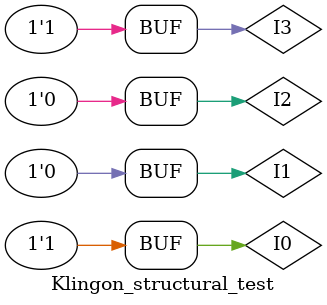
<source format=v>
`timescale 1ns / 1ps


module Klingon_structural_test;

	// Inputs
	reg I0;
	reg I1;
	reg I2;
	reg I3;

	// Outputs
	wire A;
	wire B;
	wire C;
	wire D;
	wire E;
	wire F;
	wire G;


	// Instantiate the Unit Under Test (UUT)
	Klingon_structural uut (
		.A(A), 
		.B(B), 
		.C(C), 
		.D(D), 
		.E(E), 
		.F(F), 
		.G(G), 
		.I0(I0), 
		.I1(I1), 
		.I2(I2), 
		.I3(I3)
	);

	initial begin
		// Initialize Inputs
		I0 = 0;	I1 = 0;	I2 = 0;	I3 = 0; #100; //0000
		I0 = 0;	I1 = 0;	I2 = 0;	I3 = 1; #100; //0001
		I0 = 0;	I1 = 0;	I2 = 1;	I3 = 0; #100; //0010
		I0 = 0;	I1 = 0;	I2 = 1;	I3 = 1; #100; //0011
		I0 = 0;	I1 = 1;	I2 = 0;	I3 = 0; #100; //0100
		I0 = 0;	I1 = 1;	I2 = 0;	I3 = 1; #100; //0101
		I0 = 0;	I1 = 1;	I2 = 1;	I3 = 0; #100; //0110
		I0 = 0;	I1 = 1;	I2 = 1;	I3 = 1; #100; //0111
		I0 = 1;	I1 = 0;	I2 = 0;	I3 = 0; #100; //1000
		I0 = 1;	I1 = 0;	I2 = 0;	I3 = 1; #100; //1001		

		// Wait 100 ns for global reset to finish
		#100;
        
		// Add stimulus here

	end
      
endmodule


</source>
